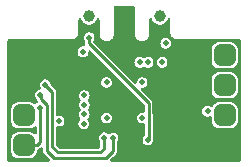
<source format=gbr>
%TF.GenerationSoftware,KiCad,Pcbnew,7.0.2-6a45011f42~172~ubuntu22.04.1*%
%TF.CreationDate,2023-05-29T23:15:52+12:00*%
%TF.ProjectId,THE_BRAWN-20A_LOGIC,5448455f-4252-4415-974e-2d3230415f4c,v2.0*%
%TF.SameCoordinates,Original*%
%TF.FileFunction,Copper,L3,Inr*%
%TF.FilePolarity,Positive*%
%FSLAX46Y46*%
G04 Gerber Fmt 4.6, Leading zero omitted, Abs format (unit mm)*
G04 Created by KiCad (PCBNEW 7.0.2-6a45011f42~172~ubuntu22.04.1) date 2023-05-29 23:15:52*
%MOMM*%
%LPD*%
G01*
G04 APERTURE LIST*
G04 Aperture macros list*
%AMRoundRect*
0 Rectangle with rounded corners*
0 $1 Rounding radius*
0 $2 $3 $4 $5 $6 $7 $8 $9 X,Y pos of 4 corners*
0 Add a 4 corners polygon primitive as box body*
4,1,4,$2,$3,$4,$5,$6,$7,$8,$9,$2,$3,0*
0 Add four circle primitives for the rounded corners*
1,1,$1+$1,$2,$3*
1,1,$1+$1,$4,$5*
1,1,$1+$1,$6,$7*
1,1,$1+$1,$8,$9*
0 Add four rect primitives between the rounded corners*
20,1,$1+$1,$2,$3,$4,$5,0*
20,1,$1+$1,$4,$5,$6,$7,0*
20,1,$1+$1,$6,$7,$8,$9,0*
20,1,$1+$1,$8,$9,$2,$3,0*%
G04 Aperture macros list end*
%TA.AperFunction,ComponentPad*%
%ADD10C,1.000000*%
%TD*%
%TA.AperFunction,ComponentPad*%
%ADD11RoundRect,0.450000X-0.450000X-0.450000X0.450000X-0.450000X0.450000X0.450000X-0.450000X0.450000X0*%
%TD*%
%TA.AperFunction,ViaPad*%
%ADD12C,0.500000*%
%TD*%
%TA.AperFunction,Conductor*%
%ADD13C,0.250000*%
%TD*%
G04 APERTURE END LIST*
D10*
%TO.N,GND*%
%TO.C,H3*%
X145500000Y-152200000D03*
%TD*%
%TO.N,/SIGNAL*%
%TO.C,H2*%
X142500000Y-152200000D03*
%TD*%
D11*
%TO.N,GND*%
%TO.C,J2*%
X137000000Y-155500000D03*
X137000000Y-158040000D03*
%TO.N,/A_FET_N2*%
X137000000Y-160580000D03*
%TO.N,/A_FET_N1*%
X137000000Y-163120000D03*
%TD*%
D10*
%TO.N,/INVERT*%
%TO.C,H1*%
X148500000Y-152200000D03*
%TD*%
D11*
%TO.N,/A_FET_N1_HS*%
%TO.C,J1*%
X154000000Y-155500000D03*
%TO.N,/A_FET_N2_HS*%
X154000000Y-158040000D03*
%TO.N,VCC*%
X154000000Y-160580000D03*
%TO.N,GND*%
X154000000Y-163120000D03*
%TD*%
D12*
%TO.N,GND*%
X136150000Y-159300000D03*
X145500000Y-160000000D03*
X152600000Y-158600000D03*
X154875000Y-161850000D03*
X154875000Y-159300000D03*
X137822216Y-161851125D03*
X153075000Y-156775000D03*
X137875000Y-159325000D03*
X137850000Y-156775000D03*
X144850000Y-153500000D03*
X148700000Y-161300000D03*
X149150000Y-153650000D03*
X142300000Y-156100000D03*
X153125000Y-161850000D03*
X142350000Y-157500000D03*
X152300000Y-163300000D03*
X154900000Y-156754538D03*
X139650000Y-157750000D03*
X146150000Y-153500000D03*
X147850000Y-153649502D03*
X140375500Y-163150500D03*
X152200000Y-161800000D03*
X146000000Y-162400000D03*
X143124500Y-153649502D03*
X152300000Y-155000000D03*
X148400000Y-157500000D03*
X136150000Y-156775000D03*
X138600000Y-155200000D03*
X141850000Y-153649502D03*
X136150000Y-161850000D03*
%TO.N,+3.3V*%
X147000000Y-160800000D03*
X152550000Y-160250000D03*
%TO.N,/SIGNAL*%
X142519435Y-154000498D03*
X147500000Y-162650000D03*
%TO.N,/LED_GREEN*%
X148700000Y-156100000D03*
X143800864Y-162472567D03*
X138799500Y-157982621D03*
%TO.N,/nRST*%
X147000000Y-157800000D03*
%TO.N,/A_FET_N1*%
X142100000Y-159700000D03*
X138343800Y-159925500D03*
%TO.N,/A_FET_N1_HS*%
X142100000Y-158900000D03*
%TO.N,/LED_RED*%
X142000498Y-155193502D03*
X138396298Y-158858575D03*
X144550000Y-162500000D03*
%TO.N,/V_BATT*%
X147505452Y-156100004D03*
%TO.N,/SWDIO*%
X144000000Y-157800000D03*
%TO.N,/SWDCLK*%
X139974500Y-161074500D03*
X144000000Y-160800000D03*
%TO.N,/A_FET_N2_HS*%
X142075000Y-161300000D03*
%TO.N,/A_FET_N2*%
X142100000Y-160500000D03*
%TO.N,/INVERT*%
X148999500Y-154494000D03*
X146805950Y-156099502D03*
%TD*%
D13*
%TO.N,/SIGNAL*%
X142494000Y-154025933D02*
X142519435Y-154000498D01*
X147550000Y-159550000D02*
X142494000Y-154494000D01*
X142494000Y-154494000D02*
X142494000Y-154025933D01*
X147500000Y-162650000D02*
X147575000Y-162575000D01*
X147575000Y-162575000D02*
X147575000Y-160561827D01*
X147550000Y-160536827D02*
X147550000Y-159550000D01*
X147575000Y-160561827D02*
X147550000Y-160536827D01*
%TO.N,/LED_GREEN*%
X141050000Y-163725000D02*
X139875000Y-163725000D01*
X138799500Y-157982621D02*
X139400000Y-158583121D01*
X141050000Y-163725000D02*
X140900000Y-163725000D01*
X143800864Y-162472567D02*
X143800864Y-163399136D01*
X139400000Y-159500000D02*
X139400000Y-159299881D01*
X139400000Y-158583121D02*
X139400000Y-159500000D01*
X143800864Y-163399136D02*
X143475000Y-163725000D01*
X139875000Y-163725000D02*
X139400000Y-163250000D01*
X139400000Y-163250000D02*
X139400000Y-159500000D01*
X143475000Y-163725000D02*
X141050000Y-163725000D01*
%TO.N,/A_FET_N1*%
X138400000Y-159981700D02*
X138400000Y-162850000D01*
X138343800Y-159925500D02*
X138400000Y-159981700D01*
X138130000Y-163120000D02*
X137000000Y-163120000D01*
X138400000Y-162850000D02*
X138130000Y-163120000D01*
%TO.N,/LED_RED*%
X143975000Y-164175000D02*
X144550000Y-163600000D01*
X144550000Y-163600000D02*
X144550000Y-162500000D01*
X138396298Y-158858575D02*
X138450000Y-158912277D01*
X138950000Y-159719234D02*
X138950000Y-163600000D01*
X139525000Y-164175000D02*
X143975000Y-164175000D01*
X138450000Y-158912277D02*
X138450000Y-159219234D01*
X138450000Y-159219234D02*
X138950000Y-159719234D01*
X138950000Y-163600000D02*
X139525000Y-164175000D01*
%TD*%
%TA.AperFunction,Conductor*%
%TO.N,GND*%
G36*
X146342539Y-151320185D02*
G01*
X146388294Y-151372989D01*
X146399500Y-151424500D01*
X146399500Y-153767660D01*
X146429610Y-153899587D01*
X146472135Y-153987888D01*
X146488325Y-154021507D01*
X146572695Y-154127305D01*
X146678493Y-154211675D01*
X146753787Y-154247935D01*
X146800412Y-154270389D01*
X146932339Y-154300500D01*
X146932340Y-154300500D01*
X147067661Y-154300500D01*
X147142450Y-154283430D01*
X147199588Y-154270389D01*
X147321507Y-154211675D01*
X147427305Y-154127305D01*
X147511675Y-154021507D01*
X147570389Y-153899588D01*
X147600500Y-153767660D01*
X147600500Y-153700000D01*
X147600500Y-153673071D01*
X147600500Y-152480298D01*
X147620185Y-152413259D01*
X147672989Y-152367504D01*
X147742147Y-152357560D01*
X147805703Y-152386585D01*
X147840442Y-152436327D01*
X147875182Y-152527930D01*
X147971815Y-152667927D01*
X147971816Y-152667928D01*
X147971817Y-152667929D01*
X148099148Y-152780734D01*
X148249775Y-152859790D01*
X148414944Y-152900500D01*
X148414945Y-152900500D01*
X148585055Y-152900500D01*
X148585056Y-152900500D01*
X148750225Y-152859790D01*
X148900852Y-152780734D01*
X149028183Y-152667929D01*
X149124818Y-152527930D01*
X149159558Y-152436326D01*
X149201735Y-152380625D01*
X149267333Y-152356567D01*
X149335523Y-152371794D01*
X149384657Y-152421469D01*
X149399500Y-152480298D01*
X149399500Y-153617660D01*
X149429610Y-153749587D01*
X149488324Y-153871505D01*
X149488325Y-153871507D01*
X149572695Y-153977305D01*
X149678493Y-154061675D01*
X149800411Y-154120389D01*
X149800412Y-154120389D01*
X149932339Y-154150500D01*
X149932340Y-154150500D01*
X149984083Y-154150500D01*
X155275500Y-154150500D01*
X155342539Y-154170185D01*
X155388294Y-154222989D01*
X155399500Y-154274500D01*
X155399500Y-164375500D01*
X155379815Y-164442539D01*
X155327011Y-164488294D01*
X155275500Y-164499500D01*
X144410187Y-164499500D01*
X144343148Y-164479815D01*
X144297393Y-164427011D01*
X144287449Y-164357853D01*
X144316474Y-164294297D01*
X144322506Y-164287819D01*
X144522245Y-164088080D01*
X144766290Y-163844034D01*
X144774258Y-163836734D01*
X144781810Y-163830398D01*
X144803194Y-163812455D01*
X144822091Y-163779722D01*
X144827887Y-163770625D01*
X144849554Y-163739684D01*
X144849554Y-163739682D01*
X144850173Y-163738799D01*
X144860399Y-163714112D01*
X144860586Y-163713047D01*
X144860588Y-163713045D01*
X144867149Y-163675830D01*
X144869478Y-163665324D01*
X144879264Y-163628807D01*
X144875972Y-163591176D01*
X144875500Y-163580369D01*
X144875500Y-162858534D01*
X144895185Y-162791495D01*
X144905780Y-162777340D01*
X144932882Y-162746063D01*
X144986697Y-162628226D01*
X145005133Y-162500000D01*
X144986697Y-162371774D01*
X144932882Y-162253937D01*
X144932881Y-162253936D01*
X144932881Y-162253935D01*
X144848049Y-162156033D01*
X144739068Y-162085994D01*
X144614773Y-162049500D01*
X144614772Y-162049500D01*
X144485228Y-162049500D01*
X144485227Y-162049500D01*
X144360932Y-162085994D01*
X144259309Y-162151303D01*
X144192269Y-162170987D01*
X144125230Y-162151302D01*
X144099372Y-162128895D01*
X143989932Y-162058561D01*
X143865637Y-162022067D01*
X143865636Y-162022067D01*
X143736092Y-162022067D01*
X143736091Y-162022067D01*
X143611795Y-162058561D01*
X143502814Y-162128600D01*
X143417982Y-162226502D01*
X143364166Y-162344340D01*
X143345731Y-162472567D01*
X143364166Y-162600793D01*
X143376695Y-162628226D01*
X143417982Y-162718630D01*
X143445077Y-162749900D01*
X143474102Y-162813453D01*
X143475364Y-162831101D01*
X143475364Y-163212946D01*
X143455679Y-163279985D01*
X143439046Y-163300627D01*
X143376493Y-163363181D01*
X143315170Y-163396666D01*
X143288811Y-163399500D01*
X140061189Y-163399500D01*
X139994150Y-163379815D01*
X139973508Y-163363181D01*
X139761819Y-163151491D01*
X139728334Y-163090168D01*
X139725500Y-163063810D01*
X139725500Y-161636550D01*
X139745185Y-161569511D01*
X139797989Y-161523756D01*
X139867147Y-161513812D01*
X139884428Y-161517571D01*
X139909728Y-161525000D01*
X139909729Y-161525000D01*
X140039273Y-161525000D01*
X140163568Y-161488505D01*
X140223501Y-161449988D01*
X140272549Y-161418467D01*
X140357382Y-161320563D01*
X140366773Y-161300000D01*
X141619867Y-161300000D01*
X141638302Y-161428226D01*
X141692118Y-161546064D01*
X141712435Y-161569511D01*
X141776951Y-161643967D01*
X141805640Y-161662404D01*
X141885931Y-161714005D01*
X142010227Y-161750500D01*
X142010228Y-161750500D01*
X142139773Y-161750500D01*
X142264068Y-161714005D01*
X142316501Y-161680308D01*
X142373049Y-161643967D01*
X142457882Y-161546063D01*
X142511697Y-161428226D01*
X142530133Y-161300000D01*
X142511697Y-161171774D01*
X142498997Y-161143966D01*
X142457881Y-161053935D01*
X142407358Y-160995628D01*
X142378333Y-160932073D01*
X142388277Y-160862914D01*
X142407358Y-160833224D01*
X142436146Y-160800000D01*
X143544867Y-160800000D01*
X143563302Y-160928226D01*
X143617118Y-161046064D01*
X143692075Y-161132569D01*
X143701951Y-161143967D01*
X143730640Y-161162404D01*
X143810931Y-161214005D01*
X143935227Y-161250500D01*
X143935228Y-161250500D01*
X144064773Y-161250500D01*
X144189068Y-161214005D01*
X144217758Y-161195566D01*
X144298049Y-161143967D01*
X144382882Y-161046063D01*
X144436697Y-160928226D01*
X144455133Y-160800000D01*
X144436697Y-160671774D01*
X144431546Y-160660496D01*
X144382881Y-160553935D01*
X144298049Y-160456033D01*
X144189068Y-160385994D01*
X144064773Y-160349500D01*
X144064772Y-160349500D01*
X143935228Y-160349500D01*
X143935227Y-160349500D01*
X143810931Y-160385994D01*
X143701950Y-160456033D01*
X143617118Y-160553935D01*
X143563302Y-160671773D01*
X143544867Y-160800000D01*
X142436146Y-160800000D01*
X142482881Y-160746064D01*
X142482880Y-160746064D01*
X142482882Y-160746063D01*
X142536697Y-160628226D01*
X142555133Y-160500000D01*
X142536697Y-160371774D01*
X142528348Y-160353493D01*
X142482881Y-160253935D01*
X142419858Y-160181202D01*
X142390833Y-160117647D01*
X142400777Y-160048488D01*
X142419858Y-160018798D01*
X142482881Y-159946064D01*
X142482880Y-159946064D01*
X142482882Y-159946063D01*
X142536697Y-159828226D01*
X142555133Y-159700000D01*
X142536697Y-159571774D01*
X142530780Y-159558818D01*
X142482881Y-159453935D01*
X142419858Y-159381202D01*
X142390833Y-159317647D01*
X142400777Y-159248488D01*
X142419858Y-159218798D01*
X142482881Y-159146064D01*
X142482880Y-159146064D01*
X142482882Y-159146063D01*
X142536697Y-159028226D01*
X142555133Y-158900000D01*
X142536697Y-158771774D01*
X142526934Y-158750397D01*
X142482881Y-158653935D01*
X142398049Y-158556033D01*
X142289068Y-158485994D01*
X142164773Y-158449500D01*
X142164772Y-158449500D01*
X142035228Y-158449500D01*
X142035227Y-158449500D01*
X141910931Y-158485994D01*
X141801950Y-158556033D01*
X141717118Y-158653935D01*
X141663302Y-158771773D01*
X141644867Y-158900000D01*
X141663302Y-159028226D01*
X141717118Y-159146064D01*
X141780141Y-159218797D01*
X141809166Y-159282353D01*
X141799222Y-159351511D01*
X141780142Y-159381200D01*
X141717118Y-159453935D01*
X141663302Y-159571773D01*
X141644867Y-159700000D01*
X141663302Y-159828226D01*
X141717118Y-159946064D01*
X141780141Y-160018797D01*
X141809166Y-160082353D01*
X141799222Y-160151511D01*
X141780142Y-160181200D01*
X141717118Y-160253935D01*
X141663302Y-160371773D01*
X141644867Y-160500000D01*
X141663302Y-160628226D01*
X141717117Y-160746062D01*
X141767642Y-160804372D01*
X141796666Y-160867928D01*
X141786722Y-160937087D01*
X141767642Y-160966776D01*
X141692117Y-161053937D01*
X141638302Y-161171773D01*
X141619867Y-161300000D01*
X140366773Y-161300000D01*
X140411197Y-161202726D01*
X140429633Y-161074500D01*
X140411197Y-160946274D01*
X140407001Y-160937087D01*
X140357381Y-160828435D01*
X140272549Y-160730533D01*
X140163568Y-160660494D01*
X140039273Y-160624000D01*
X140039272Y-160624000D01*
X139909728Y-160624000D01*
X139895335Y-160628226D01*
X139884437Y-160631426D01*
X139884433Y-160631427D01*
X139814563Y-160631426D01*
X139755786Y-160593650D01*
X139726762Y-160530094D01*
X139725500Y-160512449D01*
X139725500Y-158602739D01*
X139725972Y-158591931D01*
X139728929Y-158558128D01*
X139729263Y-158554314D01*
X139729262Y-158554313D01*
X139729263Y-158554312D01*
X139719486Y-158517825D01*
X139717144Y-158507261D01*
X139713395Y-158485996D01*
X139710588Y-158470076D01*
X139710587Y-158470075D01*
X139710400Y-158469012D01*
X139700173Y-158444322D01*
X139699554Y-158443438D01*
X139699554Y-158443437D01*
X139677878Y-158412481D01*
X139672085Y-158403387D01*
X139653194Y-158370666D01*
X139624261Y-158346388D01*
X139616286Y-158339080D01*
X139282943Y-158005738D01*
X139249458Y-157944415D01*
X139247888Y-157935716D01*
X139236197Y-157854395D01*
X139211355Y-157800000D01*
X143544867Y-157800000D01*
X143563302Y-157928226D01*
X143617118Y-158046064D01*
X143701950Y-158143966D01*
X143701951Y-158143967D01*
X143730640Y-158162404D01*
X143810931Y-158214005D01*
X143935227Y-158250500D01*
X143935228Y-158250500D01*
X144064773Y-158250500D01*
X144189068Y-158214005D01*
X144217758Y-158195566D01*
X144298049Y-158143967D01*
X144382882Y-158046063D01*
X144436697Y-157928226D01*
X144455133Y-157800000D01*
X144436697Y-157671774D01*
X144421571Y-157638654D01*
X144382881Y-157553935D01*
X144298049Y-157456033D01*
X144189068Y-157385994D01*
X144064773Y-157349500D01*
X144064772Y-157349500D01*
X143935228Y-157349500D01*
X143935227Y-157349500D01*
X143810931Y-157385994D01*
X143701950Y-157456033D01*
X143617118Y-157553935D01*
X143563302Y-157671773D01*
X143544867Y-157800000D01*
X139211355Y-157800000D01*
X139182381Y-157736556D01*
X139097549Y-157638654D01*
X138988568Y-157568615D01*
X138864273Y-157532121D01*
X138864272Y-157532121D01*
X138734728Y-157532121D01*
X138734727Y-157532121D01*
X138610431Y-157568615D01*
X138501450Y-157638654D01*
X138416618Y-157736556D01*
X138362802Y-157854394D01*
X138344367Y-157982621D01*
X138362802Y-158110847D01*
X138419347Y-158234660D01*
X138429291Y-158303818D01*
X138400266Y-158367374D01*
X138341489Y-158405149D01*
X138341487Y-158405149D01*
X138207230Y-158444569D01*
X138098248Y-158514608D01*
X138013416Y-158612510D01*
X137959600Y-158730348D01*
X137941165Y-158858575D01*
X137959600Y-158986801D01*
X138013416Y-159104639D01*
X138094474Y-159198186D01*
X138120536Y-159247297D01*
X138130512Y-159284531D01*
X138132853Y-159295086D01*
X138139599Y-159333341D01*
X138149830Y-159358039D01*
X138151454Y-159360358D01*
X138173781Y-159426564D01*
X138156771Y-159494331D01*
X138116919Y-159535796D01*
X138045751Y-159581532D01*
X138028853Y-159601035D01*
X137970075Y-159638809D01*
X137900205Y-159638809D01*
X137866121Y-159618585D01*
X137865348Y-159619893D01*
X137710397Y-159528255D01*
X137552572Y-159482402D01*
X137518128Y-159479691D01*
X137518114Y-159479690D01*
X137515694Y-159479500D01*
X136484306Y-159479500D01*
X136481886Y-159479690D01*
X136481871Y-159479691D01*
X136447427Y-159482402D01*
X136289602Y-159528255D01*
X136148134Y-159611919D01*
X136031919Y-159728134D01*
X135948255Y-159869602D01*
X135902402Y-160027427D01*
X135899691Y-160061871D01*
X135899690Y-160061886D01*
X135899500Y-160064306D01*
X135899500Y-161095694D01*
X135899690Y-161098114D01*
X135899691Y-161098128D01*
X135902402Y-161132572D01*
X135948255Y-161290397D01*
X135966095Y-161320563D01*
X136031919Y-161431865D01*
X136148135Y-161548081D01*
X136262916Y-161615962D01*
X136289602Y-161631744D01*
X136447427Y-161677597D01*
X136447431Y-161677598D01*
X136484306Y-161680500D01*
X136486751Y-161680500D01*
X137513249Y-161680500D01*
X137515694Y-161680500D01*
X137552569Y-161677598D01*
X137710398Y-161631744D01*
X137851865Y-161548081D01*
X137862819Y-161537126D01*
X137924142Y-161503642D01*
X137993834Y-161508626D01*
X138049767Y-161550498D01*
X138074184Y-161615962D01*
X138074500Y-161624808D01*
X138074500Y-162075191D01*
X138054815Y-162142230D01*
X138002011Y-162187985D01*
X137932853Y-162197929D01*
X137869297Y-162168904D01*
X137862821Y-162162874D01*
X137851866Y-162151920D01*
X137851865Y-162151919D01*
X137740395Y-162085996D01*
X137710397Y-162068255D01*
X137552572Y-162022402D01*
X137518128Y-162019691D01*
X137518114Y-162019690D01*
X137515694Y-162019500D01*
X136484306Y-162019500D01*
X136481886Y-162019690D01*
X136481871Y-162019691D01*
X136447427Y-162022402D01*
X136289602Y-162068255D01*
X136148134Y-162151919D01*
X136031919Y-162268134D01*
X135948255Y-162409602D01*
X135902402Y-162567427D01*
X135899691Y-162601871D01*
X135899690Y-162601886D01*
X135899500Y-162604306D01*
X135899500Y-163635694D01*
X135899690Y-163638114D01*
X135899691Y-163638128D01*
X135902402Y-163672572D01*
X135948255Y-163830397D01*
X136031919Y-163971865D01*
X136148135Y-164088081D01*
X136289601Y-164171744D01*
X136289602Y-164171744D01*
X136447427Y-164217597D01*
X136447431Y-164217598D01*
X136484306Y-164220500D01*
X136486751Y-164220500D01*
X137513249Y-164220500D01*
X137515694Y-164220500D01*
X137552569Y-164217598D01*
X137710398Y-164171744D01*
X137851865Y-164088081D01*
X137968081Y-163971865D01*
X138051744Y-163830398D01*
X138097598Y-163672569D01*
X138100500Y-163635694D01*
X138100500Y-163560033D01*
X138120185Y-163492995D01*
X138172989Y-163447240D01*
X138192397Y-163440263D01*
X138195324Y-163439478D01*
X138205830Y-163437149D01*
X138243045Y-163430588D01*
X138243047Y-163430586D01*
X138244112Y-163430399D01*
X138268799Y-163420173D01*
X138269682Y-163419554D01*
X138269684Y-163419554D01*
X138300625Y-163397887D01*
X138309722Y-163392091D01*
X138342455Y-163373194D01*
X138366748Y-163344241D01*
X138374037Y-163336287D01*
X138412820Y-163297505D01*
X138474143Y-163264020D01*
X138543835Y-163269006D01*
X138599768Y-163310878D01*
X138624184Y-163376343D01*
X138624500Y-163385187D01*
X138624500Y-163580372D01*
X138624028Y-163591180D01*
X138620735Y-163628807D01*
X138630512Y-163665296D01*
X138632853Y-163675852D01*
X138639599Y-163714107D01*
X138649829Y-163738803D01*
X138650446Y-163739684D01*
X138672105Y-163770616D01*
X138677915Y-163779736D01*
X138696806Y-163812455D01*
X138718188Y-163830397D01*
X138725742Y-163836735D01*
X138733718Y-163844044D01*
X139177493Y-164287819D01*
X139210978Y-164349142D01*
X139205994Y-164418834D01*
X139164122Y-164474767D01*
X139098658Y-164499184D01*
X139089812Y-164499500D01*
X135724500Y-164499500D01*
X135657461Y-164479815D01*
X135611706Y-164427011D01*
X135600500Y-164375500D01*
X135600500Y-155193502D01*
X141545365Y-155193502D01*
X141563800Y-155321728D01*
X141617616Y-155439566D01*
X141702448Y-155537468D01*
X141702449Y-155537469D01*
X141731138Y-155555906D01*
X141811429Y-155607507D01*
X141935725Y-155644002D01*
X141935726Y-155644002D01*
X142065271Y-155644002D01*
X142189566Y-155607507D01*
X142218256Y-155589068D01*
X142298547Y-155537469D01*
X142383380Y-155439565D01*
X142437195Y-155321728D01*
X142455265Y-155196043D01*
X142484290Y-155132489D01*
X142543067Y-155094714D01*
X142612937Y-155094714D01*
X142665684Y-155126010D01*
X147188182Y-159648508D01*
X147221666Y-159709829D01*
X147224500Y-159736187D01*
X147224500Y-160230755D01*
X147204815Y-160297794D01*
X147152011Y-160343549D01*
X147082853Y-160353493D01*
X147065571Y-160349734D01*
X147064774Y-160349500D01*
X147064772Y-160349500D01*
X146935228Y-160349500D01*
X146935227Y-160349500D01*
X146810931Y-160385994D01*
X146701950Y-160456033D01*
X146617118Y-160553935D01*
X146563302Y-160671773D01*
X146544867Y-160800000D01*
X146563302Y-160928226D01*
X146617118Y-161046064D01*
X146692075Y-161132569D01*
X146701951Y-161143967D01*
X146730640Y-161162404D01*
X146810931Y-161214005D01*
X146935227Y-161250500D01*
X146935228Y-161250500D01*
X147064770Y-161250500D01*
X147064772Y-161250500D01*
X147090567Y-161242926D01*
X147160434Y-161242926D01*
X147219212Y-161280699D01*
X147248238Y-161344255D01*
X147249500Y-161361903D01*
X147249500Y-162207766D01*
X147229815Y-162274805D01*
X147212788Y-162291833D01*
X147213626Y-162292559D01*
X147117118Y-162403935D01*
X147063302Y-162521773D01*
X147044867Y-162650000D01*
X147063302Y-162778226D01*
X147117118Y-162896064D01*
X147201950Y-162993966D01*
X147201951Y-162993967D01*
X147230640Y-163012404D01*
X147310931Y-163064005D01*
X147435227Y-163100500D01*
X147435228Y-163100500D01*
X147564773Y-163100500D01*
X147689068Y-163064005D01*
X147717758Y-163045566D01*
X147798049Y-162993967D01*
X147882882Y-162896063D01*
X147936697Y-162778226D01*
X147955133Y-162650000D01*
X147936697Y-162521774D01*
X147911706Y-162467051D01*
X147900500Y-162415539D01*
X147900500Y-160581442D01*
X147900972Y-160570634D01*
X147904263Y-160533021D01*
X147894485Y-160496530D01*
X147892144Y-160485967D01*
X147881791Y-160427247D01*
X147883245Y-160426990D01*
X147875500Y-160398082D01*
X147875500Y-160250000D01*
X152094867Y-160250000D01*
X152113302Y-160378226D01*
X152167118Y-160496064D01*
X152217265Y-160553937D01*
X152251951Y-160593967D01*
X152280640Y-160612404D01*
X152360931Y-160664005D01*
X152485227Y-160700500D01*
X152485228Y-160700500D01*
X152614773Y-160700500D01*
X152740566Y-160663565D01*
X152810436Y-160663565D01*
X152869214Y-160701340D01*
X152898238Y-160764896D01*
X152899500Y-160782541D01*
X152899500Y-161095694D01*
X152899690Y-161098114D01*
X152899691Y-161098128D01*
X152902402Y-161132572D01*
X152948255Y-161290397D01*
X152966095Y-161320563D01*
X153031919Y-161431865D01*
X153148135Y-161548081D01*
X153262916Y-161615962D01*
X153289602Y-161631744D01*
X153447427Y-161677597D01*
X153447431Y-161677598D01*
X153484306Y-161680500D01*
X153486751Y-161680500D01*
X154513249Y-161680500D01*
X154515694Y-161680500D01*
X154552569Y-161677598D01*
X154710398Y-161631744D01*
X154851865Y-161548081D01*
X154968081Y-161431865D01*
X155051744Y-161290398D01*
X155097598Y-161132569D01*
X155100500Y-161095694D01*
X155100500Y-160064306D01*
X155097598Y-160027431D01*
X155084832Y-159983492D01*
X155051744Y-159869602D01*
X155051744Y-159869601D01*
X154968081Y-159728135D01*
X154851865Y-159611919D01*
X154800483Y-159581532D01*
X154710397Y-159528255D01*
X154552572Y-159482402D01*
X154518128Y-159479691D01*
X154518114Y-159479690D01*
X154515694Y-159479500D01*
X153484306Y-159479500D01*
X153481886Y-159479690D01*
X153481871Y-159479691D01*
X153447427Y-159482402D01*
X153289602Y-159528255D01*
X153148134Y-159611919D01*
X153031918Y-159728135D01*
X152970555Y-159831893D01*
X152919486Y-159879576D01*
X152850744Y-159892079D01*
X152796785Y-159873087D01*
X152739067Y-159835994D01*
X152614773Y-159799500D01*
X152614772Y-159799500D01*
X152485228Y-159799500D01*
X152485227Y-159799500D01*
X152360931Y-159835994D01*
X152251950Y-159906033D01*
X152167118Y-160003935D01*
X152113302Y-160121773D01*
X152094867Y-160250000D01*
X147875500Y-160250000D01*
X147875500Y-159569626D01*
X147875972Y-159558818D01*
X147879264Y-159521192D01*
X147869487Y-159484706D01*
X147867145Y-159474143D01*
X147860400Y-159435891D01*
X147850171Y-159411198D01*
X147849554Y-159410317D01*
X147849554Y-159410316D01*
X147827892Y-159379379D01*
X147822080Y-159370256D01*
X147803194Y-159337544D01*
X147774255Y-159313262D01*
X147766280Y-159305954D01*
X147016020Y-158555694D01*
X152899500Y-158555694D01*
X152899690Y-158558114D01*
X152899691Y-158558128D01*
X152902402Y-158592572D01*
X152948255Y-158750397D01*
X153012231Y-158858575D01*
X153031919Y-158891865D01*
X153148135Y-159008081D01*
X153289601Y-159091744D01*
X153289602Y-159091744D01*
X153447427Y-159137597D01*
X153447431Y-159137598D01*
X153484306Y-159140500D01*
X153486751Y-159140500D01*
X154513249Y-159140500D01*
X154515694Y-159140500D01*
X154552569Y-159137598D01*
X154710398Y-159091744D01*
X154851865Y-159008081D01*
X154968081Y-158891865D01*
X155051744Y-158750398D01*
X155097598Y-158592569D01*
X155100500Y-158555694D01*
X155100500Y-157524306D01*
X155097598Y-157487431D01*
X155051744Y-157329602D01*
X154968081Y-157188135D01*
X154851865Y-157071919D01*
X154710397Y-156988255D01*
X154552572Y-156942402D01*
X154518128Y-156939691D01*
X154518114Y-156939690D01*
X154515694Y-156939500D01*
X153484306Y-156939500D01*
X153481886Y-156939690D01*
X153481871Y-156939691D01*
X153447427Y-156942402D01*
X153289602Y-156988255D01*
X153148134Y-157071919D01*
X153031919Y-157188134D01*
X152948255Y-157329602D01*
X152902402Y-157487427D01*
X152899691Y-157521871D01*
X152899690Y-157521886D01*
X152899500Y-157524306D01*
X152899500Y-158555694D01*
X147016020Y-158555694D01*
X146922507Y-158462181D01*
X146889022Y-158400858D01*
X146894006Y-158331166D01*
X146935878Y-158275233D01*
X147001342Y-158250816D01*
X147010188Y-158250500D01*
X147064773Y-158250500D01*
X147189068Y-158214005D01*
X147217758Y-158195566D01*
X147298049Y-158143967D01*
X147382882Y-158046063D01*
X147436697Y-157928226D01*
X147455133Y-157800000D01*
X147436697Y-157671774D01*
X147421571Y-157638654D01*
X147382881Y-157553935D01*
X147298049Y-157456033D01*
X147189068Y-157385994D01*
X147064773Y-157349500D01*
X147064772Y-157349500D01*
X146935228Y-157349500D01*
X146935227Y-157349500D01*
X146810931Y-157385994D01*
X146701950Y-157456033D01*
X146617118Y-157553935D01*
X146563302Y-157671773D01*
X146544353Y-157803574D01*
X146515328Y-157867130D01*
X146456550Y-157904904D01*
X146386680Y-157904904D01*
X146333934Y-157873608D01*
X144559828Y-156099502D01*
X146350817Y-156099502D01*
X146369252Y-156227728D01*
X146423068Y-156345566D01*
X146507900Y-156443468D01*
X146507901Y-156443469D01*
X146536590Y-156461906D01*
X146616881Y-156513507D01*
X146741177Y-156550002D01*
X146741178Y-156550002D01*
X146870723Y-156550002D01*
X146995018Y-156513507D01*
X147065703Y-156468080D01*
X147088271Y-156453576D01*
X147155309Y-156433892D01*
X147222349Y-156453576D01*
X147222350Y-156453577D01*
X147316383Y-156514009D01*
X147440679Y-156550504D01*
X147440680Y-156550504D01*
X147570225Y-156550504D01*
X147694520Y-156514009D01*
X147723210Y-156495570D01*
X147803501Y-156443971D01*
X147888334Y-156346067D01*
X147942149Y-156228230D01*
X147960585Y-156100004D01*
X147960584Y-156100000D01*
X148244867Y-156100000D01*
X148263302Y-156228226D01*
X148317118Y-156346064D01*
X148401519Y-156443469D01*
X148401951Y-156443967D01*
X148430640Y-156462404D01*
X148510931Y-156514005D01*
X148635227Y-156550500D01*
X148635228Y-156550500D01*
X148764773Y-156550500D01*
X148889068Y-156514005D01*
X148917758Y-156495566D01*
X148998049Y-156443967D01*
X149082882Y-156346063D01*
X149136697Y-156228226D01*
X149155133Y-156100000D01*
X149143012Y-156015694D01*
X152899500Y-156015694D01*
X152899690Y-156018114D01*
X152899691Y-156018128D01*
X152902402Y-156052572D01*
X152948255Y-156210397D01*
X153028193Y-156345565D01*
X153031919Y-156351865D01*
X153148135Y-156468081D01*
X153286656Y-156550002D01*
X153289602Y-156551744D01*
X153447427Y-156597597D01*
X153447431Y-156597598D01*
X153484306Y-156600500D01*
X153486751Y-156600500D01*
X154513249Y-156600500D01*
X154515694Y-156600500D01*
X154552569Y-156597598D01*
X154710398Y-156551744D01*
X154851865Y-156468081D01*
X154968081Y-156351865D01*
X155051744Y-156210398D01*
X155097598Y-156052569D01*
X155100500Y-156015694D01*
X155100500Y-154984306D01*
X155097598Y-154947431D01*
X155096746Y-154944500D01*
X155051744Y-154789602D01*
X154980452Y-154669054D01*
X154968081Y-154648135D01*
X154851865Y-154531919D01*
X154836457Y-154522807D01*
X154710397Y-154448255D01*
X154552572Y-154402402D01*
X154518128Y-154399691D01*
X154518114Y-154399690D01*
X154515694Y-154399500D01*
X153484306Y-154399500D01*
X153481886Y-154399690D01*
X153481871Y-154399691D01*
X153447427Y-154402402D01*
X153289602Y-154448255D01*
X153148134Y-154531919D01*
X153031919Y-154648134D01*
X152948255Y-154789602D01*
X152902402Y-154947427D01*
X152899691Y-154981871D01*
X152899690Y-154981886D01*
X152899500Y-154984306D01*
X152899500Y-156015694D01*
X149143012Y-156015694D01*
X149136698Y-155971778D01*
X149136697Y-155971773D01*
X149082881Y-155853935D01*
X148998049Y-155756033D01*
X148889068Y-155685994D01*
X148764773Y-155649500D01*
X148764772Y-155649500D01*
X148635228Y-155649500D01*
X148635227Y-155649500D01*
X148510931Y-155685994D01*
X148401950Y-155756033D01*
X148317118Y-155853935D01*
X148263302Y-155971773D01*
X148244867Y-156100000D01*
X147960584Y-156100000D01*
X147942149Y-155971778D01*
X147942147Y-155971774D01*
X147888333Y-155853939D01*
X147803501Y-155756037D01*
X147694520Y-155685998D01*
X147570225Y-155649504D01*
X147570224Y-155649504D01*
X147440680Y-155649504D01*
X147440679Y-155649504D01*
X147316383Y-155685998D01*
X147223129Y-155745929D01*
X147156089Y-155765613D01*
X147089050Y-155745928D01*
X146995018Y-155685496D01*
X146870723Y-155649002D01*
X146870722Y-155649002D01*
X146741178Y-155649002D01*
X146741177Y-155649002D01*
X146616881Y-155685496D01*
X146507900Y-155755535D01*
X146423068Y-155853437D01*
X146369252Y-155971275D01*
X146350817Y-156099502D01*
X144559828Y-156099502D01*
X142954326Y-154494000D01*
X148544367Y-154494000D01*
X148562802Y-154622226D01*
X148616618Y-154740064D01*
X148650786Y-154779496D01*
X148701451Y-154837967D01*
X148719451Y-154849535D01*
X148810431Y-154908005D01*
X148934727Y-154944500D01*
X148934728Y-154944500D01*
X149064273Y-154944500D01*
X149188568Y-154908005D01*
X149217258Y-154889566D01*
X149297549Y-154837967D01*
X149382382Y-154740063D01*
X149436197Y-154622226D01*
X149454633Y-154494000D01*
X149436197Y-154365774D01*
X149382382Y-154247937D01*
X149382381Y-154247936D01*
X149382381Y-154247935D01*
X149297549Y-154150033D01*
X149188568Y-154079994D01*
X149064273Y-154043500D01*
X149064272Y-154043500D01*
X148934728Y-154043500D01*
X148934727Y-154043500D01*
X148810431Y-154079994D01*
X148701450Y-154150033D01*
X148616618Y-154247935D01*
X148562802Y-154365773D01*
X148544367Y-154494000D01*
X142954326Y-154494000D01*
X142893224Y-154432898D01*
X142859739Y-154371575D01*
X142864723Y-154301883D01*
X142887188Y-154264020D01*
X142902317Y-154246561D01*
X142956132Y-154128724D01*
X142974568Y-154000498D01*
X142956132Y-153872272D01*
X142937963Y-153832489D01*
X142902316Y-153754433D01*
X142817484Y-153656531D01*
X142708503Y-153586492D01*
X142584208Y-153549998D01*
X142584207Y-153549998D01*
X142454663Y-153549998D01*
X142454662Y-153549998D01*
X142330366Y-153586492D01*
X142221385Y-153656531D01*
X142136553Y-153754433D01*
X142082737Y-153872271D01*
X142064302Y-154000498D01*
X142082737Y-154128724D01*
X142118696Y-154207461D01*
X142136553Y-154246561D01*
X142138212Y-154248476D01*
X142167238Y-154312030D01*
X142168500Y-154329679D01*
X142168500Y-154474372D01*
X142168028Y-154485180D01*
X142164735Y-154522807D01*
X142174512Y-154559296D01*
X142176852Y-154569852D01*
X142181722Y-154597466D01*
X142173980Y-154666905D01*
X142129926Y-154721136D01*
X142063545Y-154742939D01*
X142059607Y-154743002D01*
X141935725Y-154743002D01*
X141811429Y-154779496D01*
X141702448Y-154849535D01*
X141617616Y-154947437D01*
X141563800Y-155065275D01*
X141545365Y-155193502D01*
X135600500Y-155193502D01*
X135600500Y-154274500D01*
X135620185Y-154207461D01*
X135672989Y-154161706D01*
X135724500Y-154150500D01*
X141067661Y-154150500D01*
X141169286Y-154127305D01*
X141199588Y-154120389D01*
X141321507Y-154061675D01*
X141427305Y-153977305D01*
X141511675Y-153871507D01*
X141570389Y-153749588D01*
X141600500Y-153617660D01*
X141600500Y-153550000D01*
X141600500Y-153523071D01*
X141600500Y-152480298D01*
X141620185Y-152413259D01*
X141672989Y-152367504D01*
X141742147Y-152357560D01*
X141805703Y-152386585D01*
X141840442Y-152436327D01*
X141875182Y-152527930D01*
X141971815Y-152667927D01*
X141971816Y-152667928D01*
X141971817Y-152667929D01*
X142099148Y-152780734D01*
X142249775Y-152859790D01*
X142414944Y-152900500D01*
X142414945Y-152900500D01*
X142585055Y-152900500D01*
X142585056Y-152900500D01*
X142750225Y-152859790D01*
X142900852Y-152780734D01*
X143028183Y-152667929D01*
X143124818Y-152527930D01*
X143159558Y-152436326D01*
X143201735Y-152380625D01*
X143267333Y-152356567D01*
X143335523Y-152371794D01*
X143384657Y-152421469D01*
X143399500Y-152480298D01*
X143399500Y-153767660D01*
X143429610Y-153899587D01*
X143472135Y-153987888D01*
X143488325Y-154021507D01*
X143572695Y-154127305D01*
X143678493Y-154211675D01*
X143753787Y-154247935D01*
X143800412Y-154270389D01*
X143932339Y-154300500D01*
X143932340Y-154300500D01*
X144067661Y-154300500D01*
X144142450Y-154283430D01*
X144199588Y-154270389D01*
X144321507Y-154211675D01*
X144427305Y-154127305D01*
X144511675Y-154021507D01*
X144570389Y-153899588D01*
X144600500Y-153767660D01*
X144600500Y-153700000D01*
X144600500Y-153673071D01*
X144600500Y-153673070D01*
X144600500Y-151424499D01*
X144620185Y-151357461D01*
X144672989Y-151311706D01*
X144724500Y-151300500D01*
X146275500Y-151300500D01*
X146342539Y-151320185D01*
G37*
%TD.AperFunction*%
%TD*%
M02*

</source>
